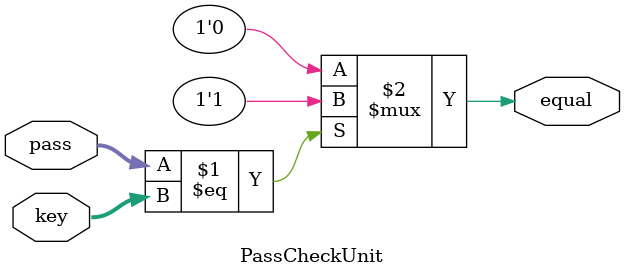
<source format=v>
/*--  *******************************************************
--  Computer Architecture Course, Laboratory Sources 
--  Amirkabir University of Technology (Tehran Polytechnic)
--  Department of Computer Engineering (CE-AUT)
--  https://ce[dot]aut[dot]ac[dot]ir
--  *******************************************************
--  All Rights reserved (C) 2019-2020
--  *******************************************************
--  Student ID  : 9831068
--  Student Name: Farshid Nooshi
--  Student Mail: farshidnooshi726@aut.at.ir
--  *******************************************************
--  Student ID  : 9831066
--  Student Name: Mohammad Mahdi Nemati Haravani
--  Student Mail: adel110@aut.at.ir
--  *******************************************************
--  Additional Comments: lab number 8 Group 6
--
--*/

/*-----------------------------------------------------------
---  Module Name: Password Checker Unit
---  Description: Module7: 
-----------------------------------------------------------*/
`timescale 1 ns/1 ns

module PassCheckUnit (
	input  [ 1:0] pass   , // input  [user   password]
	input  [ 1:0] key    , // input  [system password]
	output        equal    // output [(pass==key) : 1]
);

	/* write your code here */
	assign equal = (pass == key) ? 1'b1: 1'b0;
	/* write your code here */

endmodule
</source>
